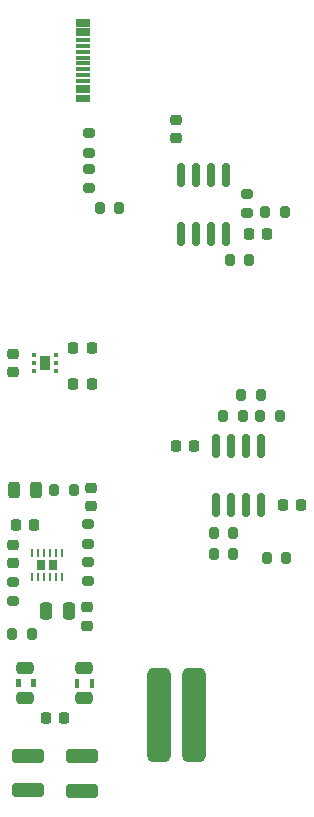
<source format=gbr>
%TF.GenerationSoftware,KiCad,Pcbnew,(6.99.0-1665-g4ee6cfe5b6)*%
%TF.CreationDate,2022-06-28T13:02:27+08:00*%
%TF.ProjectId,NoiseAmplifyingProbe,4e6f6973-6541-46d7-906c-696679696e67,rev?*%
%TF.SameCoordinates,Original*%
%TF.FileFunction,Paste,Top*%
%TF.FilePolarity,Positive*%
%FSLAX46Y46*%
G04 Gerber Fmt 4.6, Leading zero omitted, Abs format (unit mm)*
G04 Created by KiCad (PCBNEW (6.99.0-1665-g4ee6cfe5b6)) date 2022-06-28 13:02:27*
%MOMM*%
%LPD*%
G01*
G04 APERTURE LIST*
G04 Aperture macros list*
%AMRoundRect*
0 Rectangle with rounded corners*
0 $1 Rounding radius*
0 $2 $3 $4 $5 $6 $7 $8 $9 X,Y pos of 4 corners*
0 Add a 4 corners polygon primitive as box body*
4,1,4,$2,$3,$4,$5,$6,$7,$8,$9,$2,$3,0*
0 Add four circle primitives for the rounded corners*
1,1,$1+$1,$2,$3*
1,1,$1+$1,$4,$5*
1,1,$1+$1,$6,$7*
1,1,$1+$1,$8,$9*
0 Add four rect primitives between the rounded corners*
20,1,$1+$1,$2,$3,$4,$5,0*
20,1,$1+$1,$4,$5,$6,$7,0*
20,1,$1+$1,$6,$7,$8,$9,0*
20,1,$1+$1,$8,$9,$2,$3,0*%
G04 Aperture macros list end*
%ADD10C,0.100000*%
%ADD11RoundRect,0.200000X0.275000X-0.200000X0.275000X0.200000X-0.275000X0.200000X-0.275000X-0.200000X0*%
%ADD12R,0.800000X0.950000*%
%ADD13R,0.250000X0.650000*%
%ADD14RoundRect,0.200000X0.200000X0.275000X-0.200000X0.275000X-0.200000X-0.275000X0.200000X-0.275000X0*%
%ADD15RoundRect,0.225000X-0.250000X0.225000X-0.250000X-0.225000X0.250000X-0.225000X0.250000X0.225000X0*%
%ADD16RoundRect,0.200000X-0.200000X-0.275000X0.200000X-0.275000X0.200000X0.275000X-0.200000X0.275000X0*%
%ADD17RoundRect,0.225000X-0.225000X-0.250000X0.225000X-0.250000X0.225000X0.250000X-0.225000X0.250000X0*%
%ADD18RoundRect,0.500000X0.500000X-3.500000X0.500000X3.500000X-0.500000X3.500000X-0.500000X-3.500000X0*%
%ADD19RoundRect,0.200000X-0.275000X0.200000X-0.275000X-0.200000X0.275000X-0.200000X0.275000X0.200000X0*%
%ADD20RoundRect,0.250000X0.475000X-0.250000X0.475000X0.250000X-0.475000X0.250000X-0.475000X-0.250000X0*%
%ADD21RoundRect,0.150000X0.150000X-0.825000X0.150000X0.825000X-0.150000X0.825000X-0.150000X-0.825000X0*%
%ADD22RoundRect,0.225000X0.250000X-0.225000X0.250000X0.225000X-0.250000X0.225000X-0.250000X-0.225000X0*%
%ADD23RoundRect,0.250000X-0.475000X0.250000X-0.475000X-0.250000X0.475000X-0.250000X0.475000X0.250000X0*%
%ADD24RoundRect,0.225000X0.225000X0.250000X-0.225000X0.250000X-0.225000X-0.250000X0.225000X-0.250000X0*%
%ADD25RoundRect,0.250000X-1.100000X0.325000X-1.100000X-0.325000X1.100000X-0.325000X1.100000X0.325000X0*%
%ADD26RoundRect,0.243750X-0.243750X-0.456250X0.243750X-0.456250X0.243750X0.456250X-0.243750X0.456250X0*%
%ADD27R,1.150000X0.300000*%
%ADD28RoundRect,0.250000X1.100000X-0.325000X1.100000X0.325000X-1.100000X0.325000X-1.100000X-0.325000X0*%
%ADD29R,0.451500X0.302398*%
%ADD30R,0.451500X0.302400*%
%ADD31R,0.451500X0.304800*%
%ADD32R,0.451500X0.304797*%
%ADD33R,0.812800X1.193800*%
%ADD34RoundRect,0.250000X0.250000X0.475000X-0.250000X0.475000X-0.250000X-0.475000X0.250000X-0.475000X0*%
G04 APERTURE END LIST*
%TO.C,C18*%
G36*
X131725000Y-124575000D02*
G01*
X131425000Y-124575000D01*
X131425000Y-123975000D01*
X131725000Y-123975000D01*
X131725000Y-124575000D01*
G37*
D10*
X131725000Y-124575000D02*
X131425000Y-124575000D01*
X131425000Y-123975000D01*
X131725000Y-123975000D01*
X131725000Y-124575000D01*
G36*
X133025000Y-124575000D02*
G01*
X132725000Y-124575000D01*
X132725000Y-123975000D01*
X133025000Y-123975000D01*
X133025000Y-124575000D01*
G37*
X133025000Y-124575000D02*
X132725000Y-124575000D01*
X132725000Y-123975000D01*
X133025000Y-123975000D01*
X133025000Y-124575000D01*
%TO.C,C17*%
G36*
X137975000Y-124600000D02*
G01*
X137675000Y-124600000D01*
X137675000Y-124000000D01*
X137975000Y-124000000D01*
X137975000Y-124600000D01*
G37*
X137975000Y-124600000D02*
X137675000Y-124600000D01*
X137675000Y-124000000D01*
X137975000Y-124000000D01*
X137975000Y-124600000D01*
G36*
X136675000Y-124600000D02*
G01*
X136375000Y-124600000D01*
X136375000Y-124000000D01*
X136675000Y-124000000D01*
X136675000Y-124600000D01*
G37*
X136675000Y-124600000D02*
X136375000Y-124600000D01*
X136375000Y-124000000D01*
X136675000Y-124000000D01*
X136675000Y-124600000D01*
%TD*%
D11*
%TO.C,R5*%
X137625000Y-82425000D03*
X137625000Y-80775000D03*
%TD*%
D12*
%TO.C,U4*%
X134542499Y-114342499D03*
X133542499Y-114342499D03*
D13*
X135292499Y-113317499D03*
X134792499Y-113317499D03*
X134292499Y-113317499D03*
X133792499Y-113317499D03*
X133292499Y-113317499D03*
X132792499Y-113317499D03*
X132792499Y-115367499D03*
X133292499Y-115367499D03*
X133792499Y-115367499D03*
X134292499Y-115367499D03*
X134792499Y-115367499D03*
X135292499Y-115367499D03*
%TD*%
D14*
%TO.C,R12*%
X154175000Y-84450000D03*
X152525000Y-84450000D03*
%TD*%
%TO.C,R6*%
X149800000Y-111625000D03*
X148150000Y-111625000D03*
%TD*%
D15*
%TO.C,C16*%
X131200000Y-112625000D03*
X131200000Y-114175000D03*
%TD*%
D16*
%TO.C,R9*%
X134665000Y-107990000D03*
X136315000Y-107990000D03*
%TD*%
D17*
%TO.C,C12*%
X136275000Y-98975000D03*
X137825000Y-98975000D03*
%TD*%
D18*
%TO.C,TP2*%
X146500000Y-127000000D03*
%TD*%
D14*
%TO.C,R8*%
X152150000Y-99950000D03*
X150500000Y-99950000D03*
%TD*%
D11*
%TO.C,R3*%
X137625000Y-79400000D03*
X137625000Y-77750000D03*
%TD*%
D16*
%TO.C,R7*%
X152100000Y-101700000D03*
X153750000Y-101700000D03*
%TD*%
%TO.C,R1*%
X138500000Y-84100000D03*
X140150000Y-84100000D03*
%TD*%
D19*
%TO.C,R17*%
X131175000Y-115750000D03*
X131175000Y-117400000D03*
%TD*%
D20*
%TO.C,C18*%
X132225000Y-125545000D03*
X132225000Y-123005000D03*
%TD*%
D21*
%TO.C,U1*%
X148345000Y-109225000D03*
X149615000Y-109225000D03*
X150885000Y-109225000D03*
X152155000Y-109225000D03*
X152155000Y-104275000D03*
X150885000Y-104275000D03*
X149615000Y-104275000D03*
X148345000Y-104275000D03*
%TD*%
D11*
%TO.C,R16*%
X137500000Y-115700000D03*
X137500000Y-114050000D03*
%TD*%
D17*
%TO.C,C7*%
X154000000Y-109225000D03*
X155550000Y-109225000D03*
%TD*%
%TO.C,C8*%
X151150000Y-86250000D03*
X152700000Y-86250000D03*
%TD*%
D22*
%TO.C,C15*%
X137475000Y-119450000D03*
X137475000Y-117900000D03*
%TD*%
%TO.C,C9*%
X137800000Y-109350000D03*
X137800000Y-107800000D03*
%TD*%
D16*
%TO.C,R15*%
X131125000Y-120125000D03*
X132775000Y-120125000D03*
%TD*%
D17*
%TO.C,C10*%
X136275000Y-95950000D03*
X137825000Y-95950000D03*
%TD*%
D23*
%TO.C,C17*%
X137175000Y-123030000D03*
X137175000Y-125570000D03*
%TD*%
D24*
%TO.C,C19*%
X135475000Y-127225000D03*
X133925000Y-127225000D03*
%TD*%
D25*
%TO.C,C20*%
X137000000Y-130475000D03*
X137000000Y-133425000D03*
%TD*%
D11*
%TO.C,R14*%
X137500000Y-112525000D03*
X137500000Y-110875000D03*
%TD*%
D26*
%TO.C,D1*%
X131225000Y-108000000D03*
X133100000Y-108000000D03*
%TD*%
D27*
%TO.C,J1*%
X137084999Y-68249999D03*
X137084999Y-69049999D03*
X137084999Y-70349999D03*
X137084999Y-71349999D03*
X137084999Y-71849999D03*
X137084999Y-72849999D03*
X137084999Y-74149999D03*
X137084999Y-74949999D03*
X137084999Y-74649999D03*
X137084999Y-73849999D03*
X137084999Y-73349999D03*
X137084999Y-72349999D03*
X137084999Y-70849999D03*
X137084999Y-69849999D03*
X137084999Y-69349999D03*
X137084999Y-68549999D03*
%TD*%
D16*
%TO.C,R4*%
X148150000Y-113375000D03*
X149800000Y-113375000D03*
%TD*%
D28*
%TO.C,C21*%
X132425000Y-133400000D03*
X132425000Y-130450000D03*
%TD*%
D29*
%TO.C,U2*%
X132975749Y-96548800D03*
D30*
X132975749Y-97198799D03*
D31*
X132975749Y-97849998D03*
X134824249Y-97849998D03*
D30*
X134824249Y-97198799D03*
D32*
X134824249Y-96550002D03*
D33*
X133899999Y-97199999D03*
%TD*%
D16*
%TO.C,R2*%
X152650000Y-113725000D03*
X154300000Y-113725000D03*
%TD*%
D14*
%TO.C,R10*%
X150600000Y-101700000D03*
X148950000Y-101700000D03*
%TD*%
D11*
%TO.C,R13*%
X151000000Y-84525000D03*
X151000000Y-82875000D03*
%TD*%
D34*
%TO.C,C13*%
X135875000Y-118200000D03*
X133975000Y-118200000D03*
%TD*%
D22*
%TO.C,C4*%
X131200000Y-97975000D03*
X131200000Y-96425000D03*
%TD*%
D24*
%TO.C,C5*%
X146525000Y-104275000D03*
X144975000Y-104275000D03*
%TD*%
D18*
%TO.C,TP1*%
X143500000Y-127000000D03*
%TD*%
D16*
%TO.C,R11*%
X149525000Y-88450000D03*
X151175000Y-88450000D03*
%TD*%
D21*
%TO.C,U3*%
X145370000Y-86275000D03*
X146640000Y-86275000D03*
X147910000Y-86275000D03*
X149180000Y-86275000D03*
X149180000Y-81325000D03*
X147910000Y-81325000D03*
X146640000Y-81325000D03*
X145370000Y-81325000D03*
%TD*%
D24*
%TO.C,C14*%
X132950000Y-110950000D03*
X131400000Y-110950000D03*
%TD*%
D22*
%TO.C,C6*%
X145000000Y-78200000D03*
X145000000Y-76650000D03*
%TD*%
M02*

</source>
